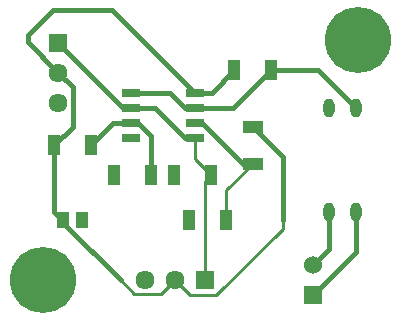
<source format=gbr>
%TF.GenerationSoftware,KiCad,Pcbnew,(6.0.8)*%
%TF.CreationDate,2023-06-01T11:47:48+02:00*%
%TF.ProjectId,SCS_dongle,5343535f-646f-46e6-976c-652e6b696361,rev?*%
%TF.SameCoordinates,Original*%
%TF.FileFunction,Copper,L1,Top*%
%TF.FilePolarity,Positive*%
%FSLAX46Y46*%
G04 Gerber Fmt 4.6, Leading zero omitted, Abs format (unit mm)*
G04 Created by KiCad (PCBNEW (6.0.8)) date 2023-06-01 11:47:48*
%MOMM*%
%LPD*%
G01*
G04 APERTURE LIST*
%TA.AperFunction,SMDPad,CuDef*%
%ADD10R,1.050000X1.800000*%
%TD*%
%TA.AperFunction,ComponentPad*%
%ADD11C,5.600000*%
%TD*%
%TA.AperFunction,SMDPad,CuDef*%
%ADD12R,1.800000X1.050000*%
%TD*%
%TA.AperFunction,SMDPad,CuDef*%
%ADD13R,1.528000X0.650000*%
%TD*%
%TA.AperFunction,ComponentPad*%
%ADD14R,1.610000X1.610000*%
%TD*%
%TA.AperFunction,ComponentPad*%
%ADD15C,1.610000*%
%TD*%
%TA.AperFunction,SMDPad,CuDef*%
%ADD16R,1.070000X1.470000*%
%TD*%
%TA.AperFunction,SMDPad,CuDef*%
%ADD17O,0.950000X1.600000*%
%TD*%
%TA.AperFunction,ComponentPad*%
%ADD18R,1.530000X1.530000*%
%TD*%
%TA.AperFunction,ComponentPad*%
%ADD19C,1.530000*%
%TD*%
%TA.AperFunction,Conductor*%
%ADD20C,0.250000*%
%TD*%
%TA.AperFunction,Conductor*%
%ADD21C,0.400000*%
%TD*%
G04 APERTURE END LIST*
D10*
%TO.P,R6,1*%
%TO.N,/Sensor Input*%
X160300000Y-86360000D03*
%TO.P,R6,2*%
%TO.N,GND*%
X157200000Y-86360000D03*
%TD*%
D11*
%TO.P,,1*%
%TO.N,N/C*%
X172720000Y-74930000D03*
%TD*%
D12*
%TO.P,R1,1*%
%TO.N,/1V*%
X163830000Y-85370000D03*
%TO.P,R1,2*%
%TO.N,+5V*%
X163830000Y-82270000D03*
%TD*%
D13*
%TO.P,CP1,1,OUT1*%
%TO.N,/Opto In*%
X153499000Y-79375000D03*
%TO.P,CP1,2,IN1-*%
%TO.N,/Sensor Input*%
X153499000Y-80645000D03*
%TO.P,CP1,3,IN1+*%
%TO.N,/4V*%
X153499000Y-81915000D03*
%TO.P,CP1,4,GND*%
%TO.N,GND*%
X153499000Y-83185000D03*
%TO.P,CP1,5,IN2+*%
%TO.N,/Sensor Input*%
X158921000Y-83185000D03*
%TO.P,CP1,6,IN2-*%
%TO.N,/1V*%
X158921000Y-81915000D03*
%TO.P,CP1,7,OUT2*%
%TO.N,/Opto In*%
X158921000Y-80645000D03*
%TO.P,CP1,8,V+*%
%TO.N,+5V*%
X158921000Y-79375000D03*
%TD*%
D14*
%TO.P,J2,1,1*%
%TO.N,/Sensor Input*%
X147395000Y-75175000D03*
D15*
%TO.P,J2,2,2*%
%TO.N,+5V*%
X147395000Y-77715000D03*
%TO.P,J2,3,3*%
%TO.N,GND*%
X147395000Y-80255000D03*
%TD*%
D16*
%TO.P,C1,1*%
%TO.N,+5V*%
X147770000Y-90170000D03*
%TO.P,C1,2*%
%TO.N,GND*%
X149410000Y-90170000D03*
%TD*%
D10*
%TO.P,R3,1*%
%TO.N,/4V*%
X150140000Y-83820000D03*
%TO.P,R3,2*%
%TO.N,+5V*%
X147040000Y-83820000D03*
%TD*%
D17*
%TO.P,K1,1,+_CONTROL*%
%TO.N,/Opto In*%
X172593000Y-80690000D03*
%TO.P,K1,2,-_CONTROL*%
%TO.N,GND*%
X170307000Y-80690000D03*
%TO.P,K1,3,LOAD_1*%
%TO.N,/HS OUT*%
X170307000Y-89490000D03*
%TO.P,K1,4,LOAD_2*%
%TO.N,/HS IN*%
X172593000Y-89490000D03*
%TD*%
D11*
%TO.P,,1*%
%TO.N,N/C*%
X146050000Y-95250000D03*
%TD*%
D14*
%TO.P,J1,1,1*%
%TO.N,/Sensor Input*%
X159775000Y-95250000D03*
D15*
%TO.P,J1,2,2*%
%TO.N,+5V*%
X157235000Y-95250000D03*
%TO.P,J1,3,3*%
%TO.N,GND*%
X154695000Y-95250000D03*
%TD*%
D18*
%TO.P,J3,1,1*%
%TO.N,/HS IN*%
X168910000Y-96520000D03*
D19*
%TO.P,J3,2,2*%
%TO.N,/HS OUT*%
X168910000Y-93980000D03*
%TD*%
D10*
%TO.P,R2,1*%
%TO.N,GND*%
X158470000Y-90170000D03*
%TO.P,R2,2*%
%TO.N,/1V*%
X161570000Y-90170000D03*
%TD*%
%TO.P,R4,1*%
%TO.N,GND*%
X152120000Y-86360000D03*
%TO.P,R4,2*%
%TO.N,/4V*%
X155220000Y-86360000D03*
%TD*%
%TO.P,R5,1*%
%TO.N,+5V*%
X162280000Y-77470000D03*
%TO.P,R5,2*%
%TO.N,/Opto In*%
X165380000Y-77470000D03*
%TD*%
D20*
%TO.N,+5V*%
X153780000Y-96380000D02*
X156105000Y-96380000D01*
X166370000Y-90170000D02*
X166370000Y-90915000D01*
D21*
X147395000Y-77715000D02*
X148600000Y-78920000D01*
X146910000Y-72390000D02*
X151936000Y-72390000D01*
X148600000Y-78920000D02*
X148600000Y-82260000D01*
X147040000Y-83820000D02*
X147040000Y-89440000D01*
D20*
X152660000Y-95260000D02*
X153780000Y-96380000D01*
D21*
X158921000Y-79375000D02*
X160375000Y-79375000D01*
X163830000Y-82270000D02*
X166370000Y-84810000D01*
D20*
X160765000Y-96520000D02*
X158505000Y-96520000D01*
X166370000Y-90915000D02*
X160765000Y-96520000D01*
X158505000Y-96520000D02*
X157235000Y-95250000D01*
D21*
X147770000Y-90170000D02*
X147770000Y-90370000D01*
X144780000Y-75100000D02*
X144780000Y-74520000D01*
X147395000Y-77715000D02*
X144780000Y-75100000D01*
X147040000Y-89440000D02*
X147770000Y-90170000D01*
X151936000Y-72390000D02*
X158921000Y-79375000D01*
D20*
X156105000Y-96380000D02*
X157235000Y-95250000D01*
D21*
X147770000Y-90370000D02*
X152660000Y-95260000D01*
X166370000Y-84810000D02*
X166370000Y-90170000D01*
X144780000Y-74520000D02*
X146910000Y-72390000D01*
X160375000Y-79375000D02*
X162280000Y-77470000D01*
X148600000Y-82260000D02*
X147040000Y-83820000D01*
%TO.N,/Opto In*%
X153499000Y-79375000D02*
X156845000Y-79375000D01*
X158115000Y-80645000D02*
X158921000Y-80645000D01*
X162205000Y-80645000D02*
X165380000Y-77470000D01*
X158921000Y-80645000D02*
X162205000Y-80645000D01*
X156845000Y-79375000D02*
X158115000Y-80645000D01*
X172593000Y-80690000D02*
X169373000Y-77470000D01*
X169373000Y-77470000D02*
X165380000Y-77470000D01*
%TO.N,/Sensor Input*%
X158115000Y-83185000D02*
X158921000Y-83185000D01*
D20*
X158921000Y-83185000D02*
X158921000Y-84981000D01*
D21*
X155575000Y-80645000D02*
X158115000Y-83185000D01*
X153499000Y-80645000D02*
X155575000Y-80645000D01*
D20*
X159775000Y-86885000D02*
X160300000Y-86360000D01*
D21*
X147395000Y-75175000D02*
X152865000Y-80645000D01*
D20*
X159775000Y-95250000D02*
X159775000Y-86885000D01*
X158921000Y-84981000D02*
X160300000Y-86360000D01*
D21*
X152865000Y-80645000D02*
X153499000Y-80645000D01*
%TO.N,/4V*%
X154118000Y-81915000D02*
X153499000Y-81915000D01*
X155220000Y-83017000D02*
X154118000Y-81915000D01*
X152045000Y-81915000D02*
X153499000Y-81915000D01*
X155220000Y-86360000D02*
X155220000Y-83017000D01*
X150140000Y-83820000D02*
X152045000Y-81915000D01*
%TO.N,/1V*%
X159540000Y-81915000D02*
X162995000Y-85370000D01*
D20*
X161570000Y-90170000D02*
X161570000Y-87630000D01*
X161570000Y-87630000D02*
X163830000Y-85370000D01*
D21*
X158921000Y-81915000D02*
X159540000Y-81915000D01*
X162995000Y-85370000D02*
X163830000Y-85370000D01*
%TO.N,/HS IN*%
X172593000Y-89490000D02*
X172593000Y-92837000D01*
X172593000Y-92837000D02*
X168910000Y-96520000D01*
%TO.N,/HS OUT*%
X170307000Y-92583000D02*
X168910000Y-93980000D01*
X170307000Y-89490000D02*
X170307000Y-92583000D01*
%TD*%
M02*

</source>
